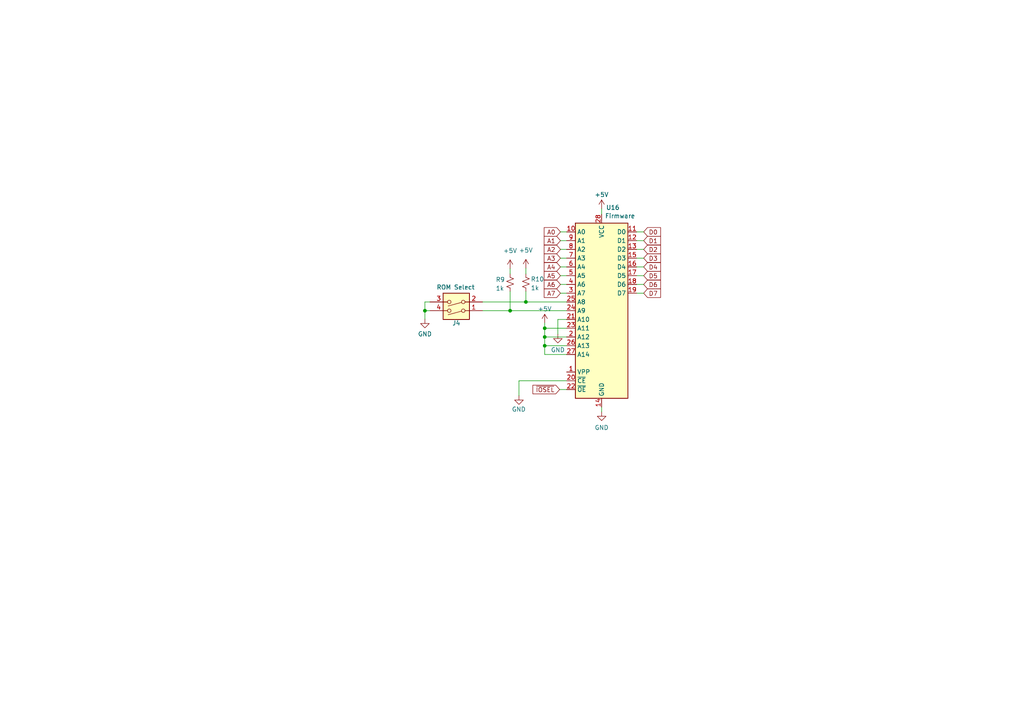
<source format=kicad_sch>
(kicad_sch (version 20230121) (generator eeschema)
  (paper "A4")
  (lib_symbols
    (symbol "Device:R_Small_US" (pin_numbers hide) (pin_names (offset 0.254) hide)
      (property "Reference" "R" (at 0.762 0.508 0))
      (property "Value" "R_Small_US" (at 0.762 -1.016 0))
      (symbol "R_Small_US_1_1"
        (polyline (pts (xy 0 0) (xy 1.016 -0.381) (xy 0 -0.762) (xy -1.016 -1.143) (xy 0 -1.524)))
        (polyline (pts (xy 0 1.524) (xy 1.016 1.143) (xy 0 0.762) (xy -1.016 0.381) (xy 0 0)))
        (pin passive line (at 0 2.54 270) (length 1.016) (name "~") (number "1"))
        (pin passive line (at 0 -2.54 90) (length 1.016) (name "~") (number "2"))
      )
    )
    (symbol "Memory_EPROM:27C256"
      (property "Reference" "U" (at -7.62 26.67 0))
      (property "Value" "27C256" (at 2.54 -26.67 0))
      (symbol "27C256_1_1"
        (rectangle (start -7.62 25.4) (end 7.62 -25.4) (stroke (width 0.254)) (fill (type background)))
        (pin input line (at -10.16 -17.78 0) (length 2.54) (name "VPP") (number "1"))
        (pin input line (at -10.16 22.86 0) (length 2.54) (name "A0") (number "10"))
        (pin tri_state line (at 10.16 22.86 180) (length 2.54) (name "D0") (number "11"))
        (pin tri_state line (at 10.16 20.32 180) (length 2.54) (name "D1") (number "12"))
        (pin tri_state line (at 10.16 17.78 180) (length 2.54) (name "D2") (number "13"))
        (pin power_in line (at 0 -27.94 90) (length 2.54) (name "GND") (number "14"))
        (pin tri_state line (at 10.16 15.24 180) (length 2.54) (name "D3") (number "15"))
        (pin tri_state line (at 10.16 12.7 180) (length 2.54) (name "D4") (number "16"))
        (pin tri_state line (at 10.16 10.16 180) (length 2.54) (name "D5") (number "17"))
        (pin tri_state line (at 10.16 7.62 180) (length 2.54) (name "D6") (number "18"))
        (pin tri_state line (at 10.16 5.08 180) (length 2.54) (name "D7") (number "19"))
        (pin input line (at -10.16 -7.62 0) (length 2.54) (name "A12") (number "2"))
        (pin input line (at -10.16 -20.32 0) (length 2.54) (name "~{CE}") (number "20"))
        (pin input line (at -10.16 -2.54 0) (length 2.54) (name "A10") (number "21"))
        (pin input line (at -10.16 -22.86 0) (length 2.54) (name "~{OE}") (number "22"))
        (pin input line (at -10.16 -5.08 0) (length 2.54) (name "A11") (number "23"))
        (pin input line (at -10.16 0 0) (length 2.54) (name "A9") (number "24"))
        (pin input line (at -10.16 2.54 0) (length 2.54) (name "A8") (number "25"))
        (pin input line (at -10.16 -10.16 0) (length 2.54) (name "A13") (number "26"))
        (pin input line (at -10.16 -12.7 0) (length 2.54) (name "A14") (number "27"))
        (pin power_in line (at 0 27.94 270) (length 2.54) (name "VCC") (number "28"))
        (pin input line (at -10.16 5.08 0) (length 2.54) (name "A7") (number "3"))
        (pin input line (at -10.16 7.62 0) (length 2.54) (name "A6") (number "4"))
        (pin input line (at -10.16 10.16 0) (length 2.54) (name "A5") (number "5"))
        (pin input line (at -10.16 12.7 0) (length 2.54) (name "A4") (number "6"))
        (pin input line (at -10.16 15.24 0) (length 2.54) (name "A3") (number "7"))
        (pin input line (at -10.16 17.78 0) (length 2.54) (name "A2") (number "8"))
        (pin input line (at -10.16 20.32 0) (length 2.54) (name "A1") (number "9"))
      )
    )
    (symbol "Switch:SW_DIP_x02" (pin_names (offset 0) hide)
      (property "Reference" "SW" (at 0 6.35 0))
      (property "Value" "SW_DIP_x02" (at 0 -3.81 0))
      (symbol "SW_DIP_x02_0_0"
        (circle (center -2.032 0) (radius 0.508))
        (circle (center -2.032 2.54) (radius 0.508))
        (polyline (pts (xy -1.524 0.127) (xy 2.3622 1.1684)))
        (polyline (pts (xy -1.524 2.667) (xy 2.3622 3.7084)))
        (circle (center 2.032 0) (radius 0.508))
        (circle (center 2.032 2.54) (radius 0.508))
      )
      (symbol "SW_DIP_x02_0_1"
        (rectangle (start -3.81 5.08) (end 3.81 -2.54) (stroke (width 0.254)) (fill (type background)))
      )
      (symbol "SW_DIP_x02_1_1"
        (pin passive line (at -7.62 2.54 0) (length 5.08) (name "~") (number "1"))
        (pin passive line (at -7.62 0 0) (length 5.08) (name "~") (number "2"))
        (pin passive line (at 7.62 0 180) (length 5.08) (name "~") (number "3"))
        (pin passive line (at 7.62 2.54 180) (length 5.08) (name "~") (number "4"))
      )
    )
    (symbol "power:+5V" (power) (pin_names (offset 0))
      (property "Value" "+5V" (at 0 3.556 0))
      (symbol "+5V_0_1"
        (polyline (pts (xy -0.762 1.27) (xy 0 2.54)))
        (polyline (pts (xy 0 0) (xy 0 2.54)))
        (polyline (pts (xy 0 2.54) (xy 0.762 1.27)))
      )
      (symbol "+5V_1_1"
        (pin power_in line (at 0 0 90) (length 0) hide (name "+5V") (number "1"))
      )
    )
    (symbol "power:GND" (power) (pin_names (offset 0))
      (property "Value" "GND" (at 0 -3.81 0))
      (symbol "GND_0_1"
        (polyline (pts (xy 0 0) (xy 0 -1.27) (xy 1.27 -1.27) (xy 0 -2.54) (xy -1.27 -1.27) (xy 0 -1.27)))
      )
      (symbol "GND_1_1"
        (pin power_in line (at 0 0 270) (length 0) hide (name "GND") (number "1"))
      )
    )
  )
  (junction (at 147.955 90.1192))
  (junction (at 152.527 87.5792))
  (junction (at 157.988 95.1992))
  (junction (at 157.988 100.2792))
  (junction (at 157.988 97.7392))
  (junction (at 123.2408 90.1192))
  (wire (pts (xy 164.338 67.2592) (xy 162.56 67.2592)))
  (wire (pts (xy 157.988 102.8192) (xy 157.988 100.2792)))
  (wire (pts (xy 157.988 95.1992) (xy 157.988 97.7392)))
  (wire (pts (xy 139.954 90.1192) (xy 147.955 90.1192)))
  (wire (pts (xy 123.2408 90.1192) (xy 124.714 90.1192)))
  (wire (pts (xy 157.988 95.1992) (xy 164.338 95.1992)))
  (wire (pts (xy 164.338 74.8792) (xy 162.56 74.8792)))
  (wire (pts (xy 147.955 90.1192) (xy 164.338 90.1192)))
  (wire (pts (xy 164.338 87.5792) (xy 152.527 87.5792)))
  (wire (pts (xy 184.658 74.8792) (xy 186.69 74.8792)))
  (wire (pts (xy 161.798 96.9264) (xy 161.798 92.6592)))
  (wire (pts (xy 184.658 72.3392) (xy 186.69 72.3392)))
  (wire (pts (xy 157.988 97.7392) (xy 164.338 97.7392)))
  (wire (pts (xy 147.955 84.5312) (xy 147.955 90.1192)))
  (wire (pts (xy 164.338 85.0392) (xy 162.56 85.0392)))
  (wire (pts (xy 139.954 87.5792) (xy 152.527 87.5792)))
  (wire (pts (xy 164.338 77.4192) (xy 162.56 77.4192)))
  (wire (pts (xy 174.498 60.5282) (xy 174.498 62.1792)))
  (wire (pts (xy 161.798 92.6592) (xy 164.338 92.6592)))
  (wire (pts (xy 164.338 69.7992) (xy 162.56 69.7992)))
  (wire (pts (xy 162.306 112.9792) (xy 164.338 112.9792)))
  (wire (pts (xy 157.988 100.2792) (xy 164.338 100.2792)))
  (wire (pts (xy 164.338 82.4992) (xy 162.56 82.4992)))
  (wire (pts (xy 184.658 82.4992) (xy 186.69 82.4992)))
  (wire (pts (xy 147.955 77.9272) (xy 147.955 79.4512)))
  (wire (pts (xy 164.338 72.3392) (xy 162.56 72.3392)))
  (wire (pts (xy 157.988 102.8192) (xy 164.338 102.8192)))
  (wire (pts (xy 152.527 77.8002) (xy 152.527 79.4512)))
  (wire (pts (xy 184.658 77.4192) (xy 186.69 77.4192)))
  (wire (pts (xy 123.2408 87.5792) (xy 124.714 87.5792)))
  (wire (pts (xy 184.658 69.7992) (xy 186.69 69.7992)))
  (wire (pts (xy 123.2408 92.5576) (xy 123.2408 90.1192)))
  (wire (pts (xy 152.527 87.5792) (xy 152.527 84.5312)))
  (wire (pts (xy 174.498 118.0592) (xy 174.498 119.4562)))
  (wire (pts (xy 164.338 110.4392) (xy 150.5712 110.4392)))
  (wire (pts (xy 150.5712 110.4392) (xy 150.5712 110.49)))
  (wire (pts (xy 184.658 79.9592) (xy 186.69 79.9592)))
  (wire (pts (xy 184.658 67.2592) (xy 186.69 67.2592)))
  (wire (pts (xy 150.5204 110.49) (xy 150.5204 114.7572)))
  (wire (pts (xy 157.988 97.7392) (xy 157.988 100.2792)))
  (wire (pts (xy 157.988 93.6752) (xy 157.988 95.1992)))
  (wire (pts (xy 123.2408 90.1192) (xy 123.2408 87.5792)))
  (wire (pts (xy 150.5712 110.49) (xy 150.5204 110.49)))
  (wire (pts (xy 184.658 85.0392) (xy 186.69 85.0392)))
  (wire (pts (xy 164.338 79.9592) (xy 162.56 79.9592)))
  (global_label "D6" (shape input) (at 186.69 82.4992 0) (property "Intersheetrefs" "${INTERSHEET_REFS}" (effects hide)))
  (global_label "A5" (shape input) (at 162.56 79.9592 180) (property "Intersheetrefs" "${INTERSHEET_REFS}" (effects hide)))
  (global_label "A4" (shape input) (at 162.56 77.4192 180) (property "Intersheetrefs" "${INTERSHEET_REFS}" (effects hide)))
  (global_label "A0" (shape input) (at 162.56 67.2592 180) (property "Intersheetrefs" "${INTERSHEET_REFS}" (effects hide)))
  (global_label "A2" (shape input) (at 162.56 72.3392 180) (property "Intersheetrefs" "${INTERSHEET_REFS}" (effects hide)))
  (global_label "D0" (shape input) (at 186.69 67.2592 0) (property "Intersheetrefs" "${INTERSHEET_REFS}" (effects hide)))
  (global_label "D3" (shape input) (at 186.69 74.8792 0) (property "Intersheetrefs" "${INTERSHEET_REFS}" (effects hide)))
  (global_label "D2" (shape input) (at 186.69 72.3392 0) (property "Intersheetrefs" "${INTERSHEET_REFS}" (effects hide)))
  (global_label "~{IOSEL}" (shape input) (at 162.306 112.9792 180) (property "Intersheetrefs" "${INTERSHEET_REFS}" (effects hide)))
  (global_label "D5" (shape input) (at 186.69 79.9592 0) (property "Intersheetrefs" "${INTERSHEET_REFS}" (effects hide)))
  (global_label "A1" (shape input) (at 162.56 69.7992 180) (property "Intersheetrefs" "${INTERSHEET_REFS}" (effects hide)))
  (global_label "D4" (shape input) (at 186.69 77.4192 0) (property "Intersheetrefs" "${INTERSHEET_REFS}" (effects hide)))
  (global_label "A3" (shape input) (at 162.56 74.8792 180) (property "Intersheetrefs" "${INTERSHEET_REFS}" (effects hide)))
  (global_label "D7" (shape input) (at 186.69 85.0392 0) (property "Intersheetrefs" "${INTERSHEET_REFS}" (effects hide)))
  (global_label "A7" (shape input) (at 162.56 85.0392 180) (property "Intersheetrefs" "${INTERSHEET_REFS}" (effects hide)))
  (global_label "A6" (shape input) (at 162.56 82.4992 180) (property "Intersheetrefs" "${INTERSHEET_REFS}" (effects hide)))
  (global_label "D1" (shape input) (at 186.69 69.7992 0) (property "Intersheetrefs" "${INTERSHEET_REFS}" (effects hide)))
  (symbol (lib_id "Device:R_Small_US") (at 147.955 81.9912 0) (unit 1)
    (property "Reference" "R9" (at 143.764 81.1022 0) (effects (justify left)))
    (property "Value" "1k" (at 143.764 83.6422 0) (effects (justify left)))
    (property "Footprint" "Resistor_THT:R_Axial_DIN0207_L6.3mm_D2.5mm_P7.62mm_Horizontal" (effects hide))
  )
  (symbol (lib_id "Memory_EPROM:27C256") (at 174.498 90.1192 0) (unit 1)
    (property "Reference" "U16" (at 175.768 60.198 0) (effects (justify left)))
    (property "Value" "Firmware" (at 175.4632 62.6364 0) (effects (justify left)))
    (property "Footprint" "Package_DIP:DIP-28_W15.24mm" (effects hide))
    (property "Datasheet" "http://ww1.microchip.com/downloads/en/DeviceDoc/doc0014.pdf" (effects hide))
  )
  (symbol (lib_id "power:GND") (at 150.5204 114.7572 0) (unit 1)
    (property "Reference" "#PWR032" (effects hide))
    (property "Value" "GND" (at 150.4696 118.7196 0))
    (instances (project "MicroSci Floppy Controller" (path "" (reference "#PWR032") (unit 1)) (path "" (reference "#PWR053") (unit 1)) (path "" (reference "#PWR053") (unit 1))))
  )
  (symbol (lib_id "power:+5V") (at 157.988 93.6752 0) (unit 1)
    (property "Reference" "#PWR048" (effects hide))
    (property "Value" "+5V" (at 157.988 89.6112 0))
    (instances (project "MicroSci Floppy Controller" (path "" (reference "#PWR048") (unit 1)) (path "" (reference "#PWR048") (unit 1)) (path "" (reference "#PWR048") (unit 1))) (project "Sequential Systems Q-Print" (path "" (reference "#PWR09") (unit 1))))
  )
  (symbol (lib_id "Switch:SW_DIP_x02") (at 132.334 87.5792 180) (unit 1)
    (property "Reference" "J4" (at 133.5532 93.726 0) (effects (justify left)))
    (property "Value" "ROM Select" (at 137.7188 83.312 0) (effects (justify left)))
    (property "Footprint" "Button_Switch_THT:SW_DIP_SPSTx02_Slide_9.78x7.26mm_W7.62mm_P2.54mm" (effects hide))
  )
  (symbol (lib_id "power:GND") (at 161.798 96.9264 0) (unit 1)
    (property "Reference" "#PWR053" (effects hide))
    (property "Value" "GND" (at 161.798 101.4984 0))
    (instances (project "MicroSci Floppy Controller" (path "" (reference "#PWR053") (unit 1)) (path "" (reference "#PWR052") (unit 1)) (path "" (reference "#PWR052") (unit 1))))
  )
  (symbol (lib_id "power:+5V") (at 147.955 77.9272 0) (unit 1)
    (property "Reference" "#PWR028" (effects hide))
    (property "Value" "+5V" (at 147.955 72.7202 0))
    (instances (project "MicroSci Floppy Controller" (path "" (reference "#PWR028") (unit 1)) (path "" (reference "#PWR029") (unit 1)) (path "" (reference "#PWR029") (unit 1))) (project "Sequential Systems Q-Print" (path "" (reference "#PWR09") (unit 1))))
  )
  (symbol (lib_id "power:GND") (at 174.498 119.4562 0) (unit 1)
    (property "Reference" "#PWR055" (effects hide))
    (property "Value" "GND" (at 174.498 124.0282 0))
  )
  (symbol (lib_id "power:+5V") (at 174.498 60.5282 0) (unit 1)
    (property "Reference" "#PWR052" (effects hide))
    (property "Value" "+5V" (at 174.498 56.4642 0))
    (instances (project "MicroSci Floppy Controller" (path "" (reference "#PWR052") (unit 1)) (path "" (reference "#PWR027") (unit 1)) (path "" (reference "#PWR027") (unit 1))) (project "Sequential Systems Q-Print" (path "" (reference "#PWR09") (unit 1))))
  )
  (symbol (lib_id "power:+5V") (at 152.527 77.8002 0) (unit 1)
    (property "Reference" "#PWR027" (effects hide))
    (property "Value" "+5V" (at 152.527 72.5932 0))
    (instances (project "MicroSci Floppy Controller" (path "" (reference "#PWR027") (unit 1)) (path "" (reference "#PWR028") (unit 1)) (path "" (reference "#PWR028") (unit 1))) (project "Sequential Systems Q-Print" (path "" (reference "#PWR09") (unit 1))))
  )
  (symbol (lib_id "power:GND") (at 123.2408 92.5576 0) (unit 1)
    (property "Reference" "#PWR029" (effects hide))
    (property "Value" "GND" (at 123.2408 96.8756 0))
    (instances (project "MicroSci Floppy Controller" (path "" (reference "#PWR029") (unit 1)) (path "" (reference "#PWR032") (unit 1)) (path "" (reference "#PWR032") (unit 1))))
  )
  (symbol (lib_id "Device:R_Small_US") (at 152.527 81.9912 0) (unit 1)
    (property "Reference" "R10" (at 153.924 80.9752 0) (effects (justify left)))
    (property "Value" "1k" (at 153.924 83.5152 0) (effects (justify left)))
    (property "Footprint" "Resistor_THT:R_Axial_DIN0207_L6.3mm_D2.5mm_P7.62mm_Horizontal" (effects hide))
  )
)
</source>
